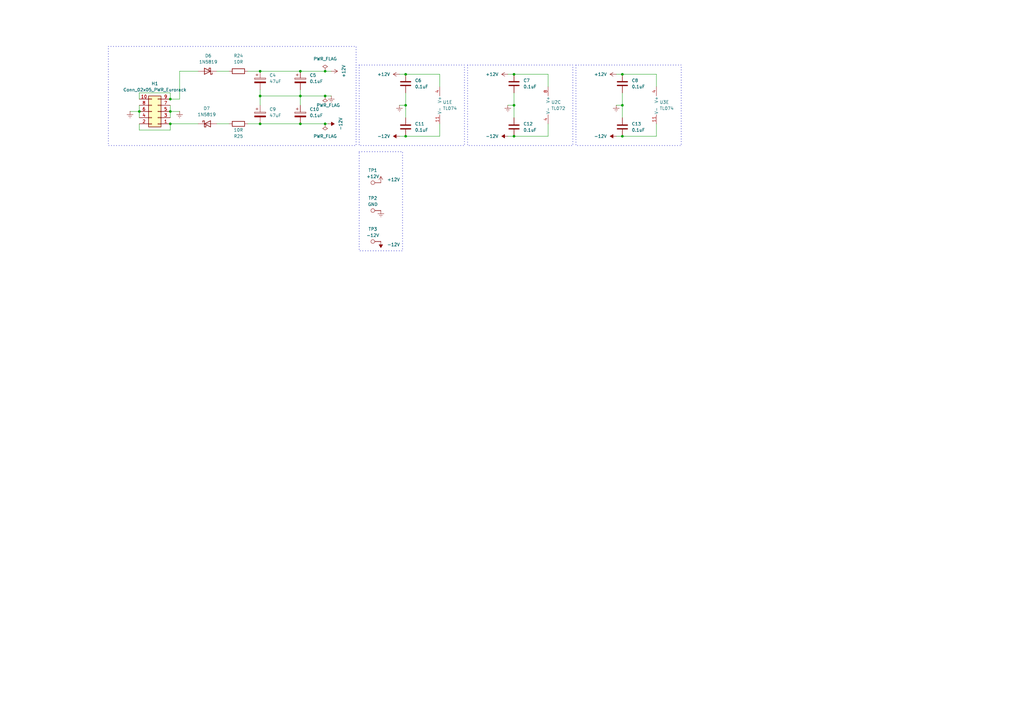
<source format=kicad_sch>
(kicad_sch (version 20231120) (generator "eeschema") (generator_version "8.0")
  (paper "A3")
  (lib_symbols
    (symbol "Amplifier_Operational:TL072" (pin_names (offset 0.127))
      (property "Reference" "U" (at 0 5.08 0))
      (property "Value" "TL072" (at 0 -5.08 0))
      (symbol "TL072_1_1"
        (polyline (pts (xy -5.08 5.08) (xy 5.08 0) (xy -5.08 -5.08) (xy -5.08 5.08)) (stroke (width 0.254)) (fill (type background)))
        (pin output line (at 7.62 0 180) (length 2.54) (name "~") (number "1"))
        (pin input line (at -7.62 -2.54 0) (length 2.54) (name "-") (number "2"))
        (pin input line (at -7.62 2.54 0) (length 2.54) (name "+") (number "3"))
      )
      (symbol "TL072_2_1"
        (polyline (pts (xy -5.08 5.08) (xy 5.08 0) (xy -5.08 -5.08) (xy -5.08 5.08)) (stroke (width 0.254)) (fill (type background)))
        (pin input line (at -7.62 2.54 0) (length 2.54) (name "+") (number "5"))
        (pin input line (at -7.62 -2.54 0) (length 2.54) (name "-") (number "6"))
        (pin output line (at 7.62 0 180) (length 2.54) (name "~") (number "7"))
      )
      (symbol "TL072_3_1"
        (pin power_in line (at -2.54 -7.62 90) (length 3.81) (name "V-") (number "4"))
        (pin power_in line (at -2.54 7.62 270) (length 3.81) (name "V+") (number "8"))
      )
    )
    (symbol "Amplifier_Operational:TL074" (pin_names (offset 0.127))
      (property "Reference" "U" (at 0 5.08 0))
      (property "Value" "TL074" (at 0 -5.08 0))
      (symbol "TL074_1_1"
        (polyline (pts (xy -5.08 5.08) (xy 5.08 0) (xy -5.08 -5.08) (xy -5.08 5.08)) (stroke (width 0.254)) (fill (type background)))
        (pin output line (at 7.62 0 180) (length 2.54) (name "~") (number "1"))
        (pin input line (at -7.62 -2.54 0) (length 2.54) (name "-") (number "2"))
        (pin input line (at -7.62 2.54 0) (length 2.54) (name "+") (number "3"))
      )
      (symbol "TL074_2_1"
        (polyline (pts (xy -5.08 5.08) (xy 5.08 0) (xy -5.08 -5.08) (xy -5.08 5.08)) (stroke (width 0.254)) (fill (type background)))
        (pin input line (at -7.62 2.54 0) (length 2.54) (name "+") (number "5"))
        (pin input line (at -7.62 -2.54 0) (length 2.54) (name "-") (number "6"))
        (pin output line (at 7.62 0 180) (length 2.54) (name "~") (number "7"))
      )
      (symbol "TL074_3_1"
        (polyline (pts (xy -5.08 5.08) (xy 5.08 0) (xy -5.08 -5.08) (xy -5.08 5.08)) (stroke (width 0.254)) (fill (type background)))
        (pin input line (at -7.62 2.54 0) (length 2.54) (name "+") (number "10"))
        (pin output line (at 7.62 0 180) (length 2.54) (name "~") (number "8"))
        (pin input line (at -7.62 -2.54 0) (length 2.54) (name "-") (number "9"))
      )
      (symbol "TL074_4_1"
        (polyline (pts (xy -5.08 5.08) (xy 5.08 0) (xy -5.08 -5.08) (xy -5.08 5.08)) (stroke (width 0.254)) (fill (type background)))
        (pin input line (at -7.62 2.54 0) (length 2.54) (name "+") (number "12"))
        (pin input line (at -7.62 -2.54 0) (length 2.54) (name "-") (number "13"))
        (pin output line (at 7.62 0 180) (length 2.54) (name "~") (number "14"))
      )
      (symbol "TL074_5_1"
        (pin power_in line (at -2.54 -7.62 90) (length 3.81) (name "V-") (number "11"))
        (pin power_in line (at -2.54 7.62 270) (length 3.81) (name "V+") (number "4"))
      )
    )
    (symbol "Connector:TestPoint" (pin_numbers hide) (pin_names (offset 0.762) hide)
      (property "Reference" "TP" (at 0 6.858 0))
      (property "Value" "TestPoint" (at 0 5.08 0))
      (symbol "TestPoint_0_1"
        (circle (center 0 3.302) (radius 0.762))
      )
      (symbol "TestPoint_1_1"
        (pin passive line (at 0 0 90) (length 2.54) (name "1") (number "1"))
      )
    )
    (symbol "Device:C" (pin_numbers hide) (pin_names (offset 0.254))
      (property "Reference" "C" (at 0.635 2.54 0))
      (property "Value" "C" (at 0.635 -2.54 0))
      (symbol "C_0_1"
        (polyline (pts (xy -2.032 -0.762) (xy 2.032 -0.762)) (stroke (width 0.508)))
        (polyline (pts (xy -2.032 0.762) (xy 2.032 0.762)) (stroke (width 0.508)))
      )
      (symbol "C_1_1"
        (pin passive line (at 0 3.81 270) (length 2.794) (name "~") (number "1"))
        (pin passive line (at 0 -3.81 90) (length 2.794) (name "~") (number "2"))
      )
    )
    (symbol "Device:C_Polarized" (pin_numbers hide) (pin_names (offset 0.254))
      (property "Reference" "C" (at 0.635 2.54 0))
      (property "Value" "C_Polarized" (at 0.635 -2.54 0))
      (symbol "C_Polarized_0_1"
        (rectangle (start -2.286 0.508) (end 2.286 1.016))
        (polyline (pts (xy -1.778 2.286) (xy -0.762 2.286)))
        (polyline (pts (xy -1.27 2.794) (xy -1.27 1.778)))
        (rectangle (start 2.286 -0.508) (end -2.286 -1.016) (fill (type outline)))
      )
      (symbol "C_Polarized_1_1"
        (pin passive line (at 0 3.81 270) (length 2.794) (name "~") (number "1"))
        (pin passive line (at 0 -3.81 90) (length 2.794) (name "~") (number "2"))
      )
    )
    (symbol "Device:R" (pin_numbers hide) (pin_names (offset 0))
      (property "Reference" "R" (at 2.032 0 90))
      (property "Value" "R" (at 0 0 90))
      (symbol "R_0_1"
        (rectangle (start -1.016 -2.54) (end 1.016 2.54) (stroke (width 0.254)))
      )
      (symbol "R_1_1"
        (pin passive line (at 0 3.81 270) (length 1.27) (name "~") (number "1"))
        (pin passive line (at 0 -3.81 90) (length 1.27) (name "~") (number "2"))
      )
    )
    (symbol "Diode:1N5819" (pin_numbers hide) (pin_names (offset 1.016) hide)
      (property "Reference" "D" (at 0 2.54 0))
      (property "Value" "1N5819" (at 0 -2.54 0))
      (symbol "1N5819_0_1"
        (polyline (pts (xy 1.27 0) (xy -1.27 0)))
        (polyline (pts (xy 1.27 1.27) (xy 1.27 -1.27) (xy -1.27 0) (xy 1.27 1.27)) (stroke (width 0.254)))
        (polyline (pts (xy -1.905 0.635) (xy -1.905 1.27) (xy -1.27 1.27) (xy -1.27 -1.27) (xy -0.635 -1.27) (xy -0.635 -0.635)) (stroke (width 0.254)))
      )
      (symbol "1N5819_1_1"
        (pin passive line (at -3.81 0 0) (length 2.54) (name "K") (number "1"))
        (pin passive line (at 3.81 0 180) (length 2.54) (name "A") (number "2"))
      )
    )
    (symbol "power:+12V" (power) (pin_numbers hide) (pin_names (offset 0) hide)
      (property "Value" "+12V" (at 0 3.556 0))
      (symbol "+12V_0_1"
        (polyline (pts (xy -0.762 1.27) (xy 0 2.54)))
        (polyline (pts (xy 0 0) (xy 0 2.54)))
        (polyline (pts (xy 0 2.54) (xy 0.762 1.27)))
      )
      (symbol "+12V_1_1"
        (pin power_in line (at 0 0 90) (length 0) (name "~") (number "1"))
      )
    )
    (symbol "power:-12V" (power) (pin_numbers hide) (pin_names (offset 0) hide)
      (property "Value" "-12V" (at 0 3.556 0))
      (symbol "-12V_0_0"
        (pin power_in line (at 0 0 90) (length 0) (name "~") (number "1"))
      )
      (symbol "-12V_0_1"
        (polyline (pts (xy 0 0) (xy 0 1.27) (xy 0.762 1.27) (xy 0 2.54) (xy -0.762 1.27) (xy 0 1.27)) (fill (type outline)))
      )
    )
    (symbol "power:GNDREF" (power) (pin_numbers hide) (pin_names (offset 0) hide)
      (property "Value" "GNDREF" (at 0 -3.81 0))
      (symbol "GNDREF_0_1"
        (polyline (pts (xy -0.635 -1.905) (xy 0.635 -1.905)))
        (polyline (pts (xy -0.127 -2.54) (xy 0.127 -2.54)))
        (polyline (pts (xy 0 -1.27) (xy 0 0)))
        (polyline (pts (xy 1.27 -1.27) (xy -1.27 -1.27)))
      )
      (symbol "GNDREF_1_1"
        (pin power_in line (at 0 0 270) (length 0) (name "~") (number "1"))
      )
    )
    (symbol "power:PWR_FLAG" (power) (pin_numbers hide) (pin_names (offset 0) hide)
      (property "Value" "PWR_FLAG" (at 0 3.81 0))
      (symbol "PWR_FLAG_0_0"
        (pin power_out line (at 0 0 90) (length 0) (name "~") (number "1"))
      )
      (symbol "PWR_FLAG_0_1"
        (polyline (pts (xy 0 0) (xy 0 1.27) (xy -1.016 1.905) (xy 0 2.54) (xy 1.016 1.905) (xy 0 1.27)))
      )
    )
    (symbol "synth:Conn_02x05_EuroRack_Power" (pin_names (offset 1.016) hide)
      (property "Reference" "H13" (at 0 -11.43 0))
      (property "Value" "Conn_02x05_PWR_Eurorack" (at 0 -8.89 0))
      (symbol "Conn_02x05_EuroRack_Power_1_1"
        (rectangle (start -2.54 -4.953) (end -1.27 -5.207) (stroke (width 0.1524)))
        (rectangle (start -2.54 -2.413) (end -1.27 -2.667) (stroke (width 0.1524)))
        (rectangle (start -2.54 0.127) (end -1.27 -0.127) (stroke (width 0.1524)))
        (rectangle (start -2.54 2.667) (end -1.27 2.413) (stroke (width 0.1524)))
        (rectangle (start -2.54 5.207) (end -1.27 4.953) (stroke (width 0.1524)))
        (rectangle (start -2.54 6.35) (end 2.54 -6.35) (stroke (width 0.254)) (fill (type background)))
        (rectangle (start 2.54 -4.953) (end 1.27 -5.207) (stroke (width 0.1524)))
        (rectangle (start 2.54 -2.413) (end 1.27 -2.667) (stroke (width 0.1524)))
        (rectangle (start 2.54 0.127) (end 1.27 -0.127) (stroke (width 0.1524)))
        (rectangle (start 2.54 2.667) (end 1.27 2.413) (stroke (width 0.1524)))
        (rectangle (start 2.54 5.207) (end 1.27 4.953) (stroke (width 0.1524)))
        (pin passive line (at -6.35 5.08 0) (length 3.81) (name "Pin_1") (number "1"))
        (pin passive line (at 6.35 -5.08 180) (length 3.81) (name "Pin_10") (number "10"))
        (pin passive line (at 6.35 5.08 180) (length 3.81) (name "Pin_2") (number "2"))
        (pin passive line (at -6.35 2.54 0) (length 3.81) (name "Pin_3") (number "3"))
        (pin passive line (at 6.35 2.54 180) (length 3.81) (name "Pin_4") (number "4"))
        (pin passive line (at -6.35 0 0) (length 3.81) (name "Pin_5") (number "5"))
        (pin passive line (at 6.35 0 180) (length 3.81) (name "Pin_6") (number "6"))
        (pin passive line (at -6.35 -2.54 0) (length 3.81) (name "Pin_7") (number "7"))
        (pin passive line (at 6.35 -2.54 180) (length 3.81) (name "Pin_8") (number "8"))
        (pin passive line (at -6.35 -5.08 0) (length 3.81) (name "Pin_9") (number "9"))
      )
    )
  )
  (junction (at 166.37 43.18))
  (junction (at 106.68 29.21))
  (junction (at 133.35 29.21))
  (junction (at 166.37 55.88))
  (junction (at 106.68 39.37))
  (junction (at 255.27 43.18))
  (junction (at 123.19 39.37))
  (junction (at 69.85 50.8))
  (junction (at 106.68 50.8))
  (junction (at 133.35 39.37))
  (junction (at 123.19 29.21))
  (junction (at 57.15 45.72))
  (junction (at 255.27 30.48))
  (junction (at 69.85 40.64))
  (junction (at 133.35 50.8))
  (junction (at 210.82 55.88))
  (junction (at 166.37 30.48))
  (junction (at 210.82 43.18))
  (junction (at 255.27 55.88))
  (junction (at 210.82 30.48))
  (junction (at 123.19 50.8))
  (junction (at 69.85 45.72))
  (wire (pts (xy 269.24 50.8) (xy 269.24 55.88)))
  (wire (pts (xy 123.19 39.37) (xy 123.19 43.18)))
  (wire (pts (xy 252.73 30.48) (xy 255.27 30.48)))
  (wire (pts (xy 106.68 36.83) (xy 106.68 39.37)))
  (wire (pts (xy 69.85 43.18) (xy 69.85 45.72)))
  (wire (pts (xy 224.79 50.8) (xy 224.79 55.88)))
  (wire (pts (xy 106.68 39.37) (xy 123.19 39.37)))
  (wire (pts (xy 101.6 29.21) (xy 106.68 29.21)))
  (wire (pts (xy 73.66 29.21) (xy 73.66 40.64)))
  (wire (pts (xy 69.85 53.34) (xy 69.85 50.8)))
  (wire (pts (xy 123.19 50.8) (xy 133.35 50.8)))
  (wire (pts (xy 57.15 38.1) (xy 57.15 40.64)))
  (wire (pts (xy 73.66 45.72) (xy 69.85 45.72)))
  (wire (pts (xy 73.66 40.64) (xy 69.85 40.64)))
  (wire (pts (xy 57.15 53.34) (xy 69.85 53.34)))
  (wire (pts (xy 123.19 39.37) (xy 133.35 39.37)))
  (wire (pts (xy 69.85 38.1) (xy 57.15 38.1)))
  (wire (pts (xy 255.27 43.18) (xy 252.73 43.18)))
  (wire (pts (xy 163.83 30.48) (xy 166.37 30.48)))
  (wire (pts (xy 133.35 39.37) (xy 135.89 39.37)))
  (wire (pts (xy 106.68 39.37) (xy 106.68 43.18)))
  (wire (pts (xy 57.15 50.8) (xy 57.15 53.34)))
  (wire (pts (xy 57.15 43.18) (xy 57.15 45.72)))
  (wire (pts (xy 106.68 29.21) (xy 123.19 29.21)))
  (wire (pts (xy 224.79 30.48) (xy 224.79 35.56)))
  (wire (pts (xy 88.9 29.21) (xy 93.98 29.21)))
  (wire (pts (xy 210.82 43.18) (xy 208.28 43.18)))
  (wire (pts (xy 252.73 55.88) (xy 255.27 55.88)))
  (wire (pts (xy 166.37 30.48) (xy 180.34 30.48)))
  (wire (pts (xy 123.19 36.83) (xy 123.19 39.37)))
  (wire (pts (xy 180.34 30.48) (xy 180.34 35.56)))
  (wire (pts (xy 269.24 30.48) (xy 269.24 35.56)))
  (wire (pts (xy 133.35 29.21) (xy 135.89 29.21)))
  (wire (pts (xy 106.68 50.8) (xy 123.19 50.8)))
  (wire (pts (xy 210.82 43.18) (xy 210.82 48.26)))
  (wire (pts (xy 53.34 45.72) (xy 57.15 45.72)))
  (wire (pts (xy 69.85 40.64) (xy 69.85 38.1)))
  (wire (pts (xy 210.82 30.48) (xy 224.79 30.48)))
  (wire (pts (xy 180.34 50.8) (xy 180.34 55.88)))
  (wire (pts (xy 255.27 38.1) (xy 255.27 43.18)))
  (wire (pts (xy 166.37 38.1) (xy 166.37 43.18)))
  (wire (pts (xy 166.37 43.18) (xy 166.37 48.26)))
  (wire (pts (xy 69.85 50.8) (xy 81.28 50.8)))
  (wire (pts (xy 69.85 45.72) (xy 69.85 48.26)))
  (wire (pts (xy 255.27 30.48) (xy 269.24 30.48)))
  (wire (pts (xy 163.83 55.88) (xy 166.37 55.88)))
  (wire (pts (xy 210.82 38.1) (xy 210.82 43.18)))
  (wire (pts (xy 166.37 55.88) (xy 180.34 55.88)))
  (wire (pts (xy 73.66 29.21) (xy 81.28 29.21)))
  (wire (pts (xy 210.82 55.88) (xy 224.79 55.88)))
  (wire (pts (xy 57.15 45.72) (xy 57.15 48.26)))
  (wire (pts (xy 166.37 43.18) (xy 163.83 43.18)))
  (wire (pts (xy 208.28 55.88) (xy 210.82 55.88)))
  (wire (pts (xy 101.6 50.8) (xy 106.68 50.8)))
  (wire (pts (xy 208.28 30.48) (xy 210.82 30.48)))
  (wire (pts (xy 255.27 43.18) (xy 255.27 48.26)))
  (wire (pts (xy 88.9 50.8) (xy 93.98 50.8)))
  (wire (pts (xy 133.35 50.8) (xy 134.62 50.8)))
  (wire (pts (xy 255.27 55.88) (xy 269.24 55.88)))
  (wire (pts (xy 123.19 29.21) (xy 133.35 29.21)))
  (rectangle (start 191.77 26.67) (end 234.95 59.69) (stroke (width 0.25) (type dot)))
  (rectangle (start 44.45 19.05) (end 146.05 59.69) (stroke (width 0.25) (type dot)))
  (rectangle (start 147.32 62.23) (end 165.1 102.87) (stroke (width 0.254) (type dot)))
  (rectangle (start 147.32 26.67) (end 190.5 59.69) (stroke (width 0.25) (type dot)))
  (rectangle (start 236.22 26.67) (end 279.4 59.69) (stroke (width 0.25) (type dot)))
  (symbol (lib_id "Diode:1N5819") (at 85.09 50.8 0) (unit 1)
    (property "Reference" "D7" (at 84.7725 44.45 0))
    (property "Value" "1N5819" (at 84.7725 46.99 0))
    (property "Footprint" "Diode_SMD:D_SOD-123" (effects (hide yes)))
    (property "Datasheet" "http://www.vishay.com/docs/88525/1n5817.pdf" (effects (hide yes)))
    (property "Description" "40V 1A Schottky Barrier Rectifier Diode, DO-41" (effects (hide yes)))
  )
  (symbol (lib_id "Device:C") (at 166.37 34.29 0) (unit 1)
    (property "Reference" "C6" (at 170.18 33.0199 0) (effects (justify left)))
    (property "Value" "0.1uF" (at 170.18 35.5599 0) (effects (justify left)))
    (property "Footprint" "Capacitor_SMD:C_0805_2012Metric_Pad1.18x1.45mm_HandSolder" (effects (hide yes)))
    (property "Description" "Unpolarized capacitor" (effects (hide yes)))
  )
  (symbol (lib_id "power:GNDREF") (at 252.73 43.18 0) (unit 1)
    (property "Reference" "#PWR031" (effects (hide yes)))
    (property "Value" "GNDREF" (effects (hide yes)))
    (property "Description" "Power symbol creates a global label with name \"GNDREF\" , reference supply ground" (effects (hide yes)))
  )
  (symbol (lib_id "power:-12V") (at 134.62 50.8 270) (unit 1)
    (property "Reference" "#PWR034" (effects (hide yes)))
    (property "Value" "-12V" (at 139.7 50.8 0))
    (property "Description" "Power symbol creates a global label with name \"-12V\"" (effects (hide yes)))
  )
  (symbol (lib_id "Device:C") (at 210.82 52.07 0) (unit 1)
    (property "Reference" "C12" (at 214.63 50.7999 0) (effects (justify left)))
    (property "Value" "0.1uF" (at 214.63 53.3399 0) (effects (justify left)))
    (property "Footprint" "Capacitor_SMD:C_0805_2012Metric_Pad1.18x1.45mm_HandSolder" (effects (hide yes)))
    (property "Description" "Unpolarized capacitor" (effects (hide yes)))
  )
  (symbol (lib_id "Amplifier_Operational:TL074") (at 182.88 43.18 0) (unit 5)
    (property "Reference" "U1" (at 181.61 41.9099 0) (effects (justify left)))
    (property "Value" "TL074" (at 181.61 44.4499 0) (effects (justify left)))
    (property "Footprint" "Synth:SOIC-14" (effects (hide yes)))
    (property "Datasheet" "http://www.ti.com/lit/ds/symlink/tl071.pdf" (effects (hide yes)))
    (property "Description" "Quad Low-Noise JFET-Input Operational Amplifiers, DIP-14/SOIC-14" (effects (hide yes)))
  )
  (symbol (lib_id "power:GNDREF") (at 53.34 45.72 0) (unit 1)
    (property "Reference" "#PWR032" (effects (hide yes)))
    (property "Value" "GNDREF" (effects (hide yes)))
    (property "Description" "Power symbol creates a global label with name \"GNDREF\" , reference supply ground" (effects (hide yes)))
  )
  (symbol (lib_id "Device:R") (at 97.79 29.21 90) (unit 1)
    (property "Reference" "R24" (at 97.79 22.86 90))
    (property "Value" "10R" (at 97.79 25.4 90))
    (property "Footprint" "Resistor_SMD:R_0805_2012Metric_Pad1.20x1.40mm_HandSolder" (effects (hide yes)))
    (property "Description" "Resistor" (effects (hide yes)))
  )
  (symbol (lib_id "Connector:TestPoint") (at 156.21 99.06 90) (unit 1) (in_bom no)
    (property "Reference" "TP3" (at 152.908 93.98 90))
    (property "Value" "-12V" (at 152.908 96.52 90))
    (property "Footprint" "Connector_Pin:Pin_D1.0mm_L10.0mm" (effects (hide yes)))
    (property "Description" "test point" (effects (hide yes)))
  )
  (symbol (lib_id "power:GNDREF") (at 73.66 45.72 0) (unit 1)
    (property "Reference" "#PWR033" (effects (hide yes)))
    (property "Value" "GNDREF" (effects (hide yes)))
    (property "Description" "Power symbol creates a global label with name \"GNDREF\" , reference supply ground" (effects (hide yes)))
  )
  (symbol (lib_id "Device:C") (at 255.27 52.07 0) (unit 1)
    (property "Reference" "C13" (at 259.08 50.7999 0) (effects (justify left)))
    (property "Value" "0.1uF" (at 259.08 53.3399 0) (effects (justify left)))
    (property "Footprint" "Capacitor_SMD:C_0805_2012Metric_Pad1.18x1.45mm_HandSolder" (effects (hide yes)))
    (property "Description" "Unpolarized capacitor" (effects (hide yes)))
  )
  (symbol (lib_id "Device:C") (at 210.82 34.29 0) (unit 1)
    (property "Reference" "C7" (at 214.63 33.0199 0) (effects (justify left)))
    (property "Value" "0.1uF" (at 214.63 35.5599 0) (effects (justify left)))
    (property "Footprint" "Capacitor_SMD:C_0805_2012Metric_Pad1.18x1.45mm_HandSolder" (effects (hide yes)))
    (property "Description" "Unpolarized capacitor" (effects (hide yes)))
  )
  (symbol (lib_id "Device:R") (at 97.79 50.8 90) (unit 1)
    (property "Reference" "R25" (at 97.79 55.88 90))
    (property "Value" "10R" (at 97.79 53.34 90))
    (property "Footprint" "Resistor_SMD:R_0805_2012Metric_Pad1.20x1.40mm_HandSolder" (effects (hide yes)))
    (property "Description" "Resistor" (effects (hide yes)))
  )
  (symbol (lib_id "power:GNDREF") (at 163.83 43.18 0) (unit 1)
    (property "Reference" "#PWR029" (effects (hide yes)))
    (property "Value" "GNDREF" (effects (hide yes)))
    (property "Description" "Power symbol creates a global label with name \"GNDREF\" , reference supply ground" (effects (hide yes)))
  )
  (symbol (lib_id "power:GNDREF") (at 156.21 86.36 0) (unit 1)
    (property "Reference" "#PWR039" (effects (hide yes)))
    (property "Value" "GNDREF" (effects (hide yes)))
    (property "Description" "Power symbol creates a global label with name \"GNDREF\" , reference supply ground" (effects (hide yes)))
  )
  (symbol (lib_id "power:PWR_FLAG") (at 133.35 50.8 180) (unit 1) (exclude_from_sim yes) (in_bom no)
    (property "Reference" "#FLG03" (effects (hide yes)))
    (property "Value" "PWR_FLAG" (at 133.35 55.88 0))
    (property "Description" "Special symbol for telling ERC where power comes from" (effects (hide yes)))
  )
  (symbol (lib_id "Device:C") (at 255.27 34.29 0) (unit 1)
    (property "Reference" "C8" (at 259.08 33.0199 0) (effects (justify left)))
    (property "Value" "0.1uF" (at 259.08 35.5599 0) (effects (justify left)))
    (property "Footprint" "Capacitor_SMD:C_0805_2012Metric_Pad1.18x1.45mm_HandSolder" (effects (hide yes)))
    (property "Description" "Unpolarized capacitor" (effects (hide yes)))
  )
  (symbol (lib_id "Amplifier_Operational:TL074") (at 271.78 43.18 0) (unit 5)
    (property "Reference" "U3" (at 270.51 41.9099 0) (effects (justify left)))
    (property "Value" "TL074" (at 270.51 44.4499 0) (effects (justify left)))
    (property "Footprint" "Synth:SOIC-14" (effects (hide yes)))
    (property "Datasheet" "http://www.ti.com/lit/ds/symlink/tl071.pdf" (effects (hide yes)))
    (property "Description" "Quad Low-Noise JFET-Input Operational Amplifiers, DIP-14/SOIC-14" (effects (hide yes)))
  )
  (symbol (lib_id "Device:C") (at 166.37 52.07 0) (unit 1)
    (property "Reference" "C11" (at 170.18 50.7999 0) (effects (justify left)))
    (property "Value" "0.1uF" (at 170.18 53.3399 0) (effects (justify left)))
    (property "Footprint" "Capacitor_SMD:C_0805_2012Metric_Pad1.18x1.45mm_HandSolder" (effects (hide yes)))
    (property "Description" "Unpolarized capacitor" (effects (hide yes)))
  )
  (symbol (lib_id "power:PWR_FLAG") (at 133.35 29.21 0) (unit 1) (exclude_from_sim yes) (in_bom no)
    (property "Reference" "#FLG01" (effects (hide yes)))
    (property "Value" "PWR_FLAG" (at 133.35 24.13 0))
    (property "Description" "Special symbol for telling ERC where power comes from" (effects (hide yes)))
  )
  (symbol (lib_id "power:-12V") (at 252.73 55.88 90) (unit 1)
    (property "Reference" "#PWR037" (effects (hide yes)))
    (property "Value" "-12V" (at 248.92 55.88 90) (effects (justify left)))
    (property "Description" "Power symbol creates a global label with name \"-12V\"" (effects (hide yes)))
  )
  (symbol (lib_id "power:GNDREF") (at 208.28 43.18 0) (unit 1)
    (property "Reference" "#PWR030" (effects (hide yes)))
    (property "Value" "GNDREF" (effects (hide yes)))
    (property "Description" "Power symbol creates a global label with name \"GNDREF\" , reference supply ground" (effects (hide yes)))
  )
  (symbol (lib_id "power:-12V") (at 163.83 55.88 90) (unit 1)
    (property "Reference" "#PWR035" (effects (hide yes)))
    (property "Value" "-12V" (at 160.02 55.88 90) (effects (justify left)))
    (property "Description" "Power symbol creates a global label with name \"-12V\"" (effects (hide yes)))
  )
  (symbol (lib_id "Amplifier_Operational:TL072") (at 227.33 43.18 0) (unit 3)
    (property "Reference" "U2" (at 226.06 41.9099 0) (effects (justify left)))
    (property "Value" "TL072" (at 226.06 44.4499 0) (effects (justify left)))
    (property "Footprint" "Synth:SOIC-8" (effects (hide yes)))
    (property "Datasheet" "http://www.ti.com/lit/ds/symlink/tl071.pdf" (effects (hide yes)))
    (property "Description" "Dual Low-Noise JFET-Input Operational Amplifiers, DIP-8/SOIC-8" (effects (hide yes)))
  )
  (symbol (lib_id "Device:C_Polarized") (at 106.68 33.02 0) (unit 1)
    (property "Reference" "C4" (at 110.49 30.861 0) (effects (justify left)))
    (property "Value" "47uF" (at 110.49 33.401 0) (effects (justify left)))
    (property "Footprint" "Capacitor_THT:CP_Radial_D6.3mm_P2.50mm" (effects (hide yes)))
    (property "Description" "Polarized capacitor" (effects (hide yes)))
  )
  (symbol (lib_id "power:GNDREF") (at 135.89 39.37 0) (unit 1)
    (property "Reference" "#PWR028" (effects (hide yes)))
    (property "Value" "GNDREF" (effects (hide yes)))
    (property "Description" "Power symbol creates a global label with name \"GNDREF\" , reference supply ground" (effects (hide yes)))
  )
  (symbol (lib_id "power:+12V") (at 208.28 30.48 90) (unit 1)
    (property "Reference" "#PWR026" (effects (hide yes)))
    (property "Value" "+12V" (at 204.47 30.48 90) (effects (justify left)))
    (property "Description" "Power symbol creates a global label with name \"+12V\"" (effects (hide yes)))
  )
  (symbol (lib_id "Connector:TestPoint") (at 156.21 74.93 90) (unit 1) (in_bom no)
    (property "Reference" "TP1" (at 152.908 69.85 90))
    (property "Value" "+12V" (at 152.908 72.39 90))
    (property "Footprint" "Connector_Pin:Pin_D1.0mm_L10.0mm" (effects (hide yes)))
    (property "Description" "test point" (effects (hide yes)))
  )
  (symbol (lib_id "Device:C_Polarized") (at 106.68 46.99 0) (unit 1)
    (property "Reference" "C9" (at 110.49 44.831 0) (effects (justify left)))
    (property "Value" "47uF" (at 110.49 47.371 0) (effects (justify left)))
    (property "Footprint" "Capacitor_THT:CP_Radial_D6.3mm_P2.50mm" (effects (hide yes)))
    (property "Description" "Polarized capacitor" (effects (hide yes)))
  )
  (symbol (lib_id "power:+12V") (at 135.89 29.21 270) (unit 1)
    (property "Reference" "#PWR024" (effects (hide yes)))
    (property "Value" "+12V" (at 140.97 29.21 0))
    (property "Description" "Power symbol creates a global label with name \"+12V\"" (effects (hide yes)))
  )
  (symbol (lib_id "Device:C_Polarized") (at 123.19 33.02 0) (unit 1)
    (property "Reference" "C5" (at 127 30.861 0) (effects (justify left)))
    (property "Value" "0.1uF" (at 127 33.401 0) (effects (justify left)))
    (property "Footprint" "Capacitor_THT:CP_Radial_D4.0mm_P2.00mm" (effects (hide yes)))
    (property "Description" "Polarized capacitor" (effects (hide yes)))
  )
  (symbol (lib_id "power:+12V") (at 252.73 30.48 90) (unit 1)
    (property "Reference" "#PWR027" (effects (hide yes)))
    (property "Value" "+12V" (at 248.92 30.48 90) (effects (justify left)))
    (property "Description" "Power symbol creates a global label with name \"+12V\"" (effects (hide yes)))
  )
  (symbol (lib_id "power:PWR_FLAG") (at 133.35 39.37 180) (unit 1) (exclude_from_sim yes) (in_bom no)
    (property "Reference" "#FLG02" (effects (hide yes)))
    (property "Value" "PWR_FLAG" (at 134.62 43.18 0))
    (property "Description" "Special symbol for telling ERC where power comes from" (effects (hide yes)))
  )
  (symbol (lib_id "Device:C_Polarized") (at 123.19 46.99 0) (unit 1)
    (property "Reference" "C10" (at 127 44.831 0) (effects (justify left)))
    (property "Value" "0.1uF" (at 127 47.371 0) (effects (justify left)))
    (property "Footprint" "Capacitor_THT:CP_Radial_D4.0mm_P2.00mm" (effects (hide yes)))
    (property "Description" "Polarized capacitor" (effects (hide yes)))
  )
  (symbol (lib_id "power:+12V") (at 163.83 30.48 90) (unit 1)
    (property "Reference" "#PWR025" (effects (hide yes)))
    (property "Value" "+12V" (at 160.02 30.48 90) (effects (justify left)))
    (property "Description" "Power symbol creates a global label with name \"+12V\"" (effects (hide yes)))
  )
  (symbol (lib_id "Diode:1N5819") (at 85.09 29.21 180) (unit 1)
    (property "Reference" "D6" (at 85.4075 22.86 0))
    (property "Value" "1N5819" (at 85.4075 25.4 0))
    (property "Footprint" "Diode_SMD:D_SOD-123" (effects (hide yes)))
    (property "Datasheet" "http://www.vishay.com/docs/88525/1n5817.pdf" (effects (hide yes)))
    (property "Description" "40V 1A Schottky Barrier Rectifier Diode, DO-41" (effects (hide yes)))
  )
  (symbol (lib_id "power:+12V") (at 156.21 74.93 0) (unit 1)
    (property "Reference" "#PWR038" (effects (hide yes)))
    (property "Value" "+12V" (at 158.75 73.6599 0) (effects (justify left)))
    (property "Description" "Power symbol creates a global label with name \"+12V\"" (effects (hide yes)))
  )
  (symbol (lib_id "power:-12V") (at 156.21 99.06 180) (unit 1)
    (property "Reference" "#PWR040" (effects (hide yes)))
    (property "Value" "-12V" (at 158.75 100.3299 0) (effects (justify right)))
    (property "Description" "Power symbol creates a global label with name \"-12V\"" (effects (hide yes)))
  )
  (symbol (lib_id "power:-12V") (at 208.28 55.88 90) (unit 1)
    (property "Reference" "#PWR036" (effects (hide yes)))
    (property "Value" "-12V" (at 204.47 55.88 90) (effects (justify left)))
    (property "Description" "Power symbol creates a global label with name \"-12V\"" (effects (hide yes)))
  )
  (symbol (lib_id "synth:Conn_02x05_EuroRack_Power") (at 63.5 45.72 180) (unit 1)
    (property "Reference" "H1" (at 63.5 34.29 0))
    (property "Value" "Conn_02x05_PWR_Eurorack" (at 63.5 36.83 0))
    (property "Footprint" "Synth:IDC-Header_2x05_P2.54mm_Vertical" (effects (hide yes)))
  )
  (symbol (lib_id "Connector:TestPoint") (at 156.21 86.36 90) (unit 1) (in_bom no)
    (property "Reference" "TP2" (at 152.908 81.28 90))
    (property "Value" "GND" (at 152.908 83.82 90))
    (property "Footprint" "Connector_Pin:Pin_D1.0mm_L10.0mm" (effects (hide yes)))
    (property "Description" "test point" (effects (hide yes)))
  )
)
</source>
